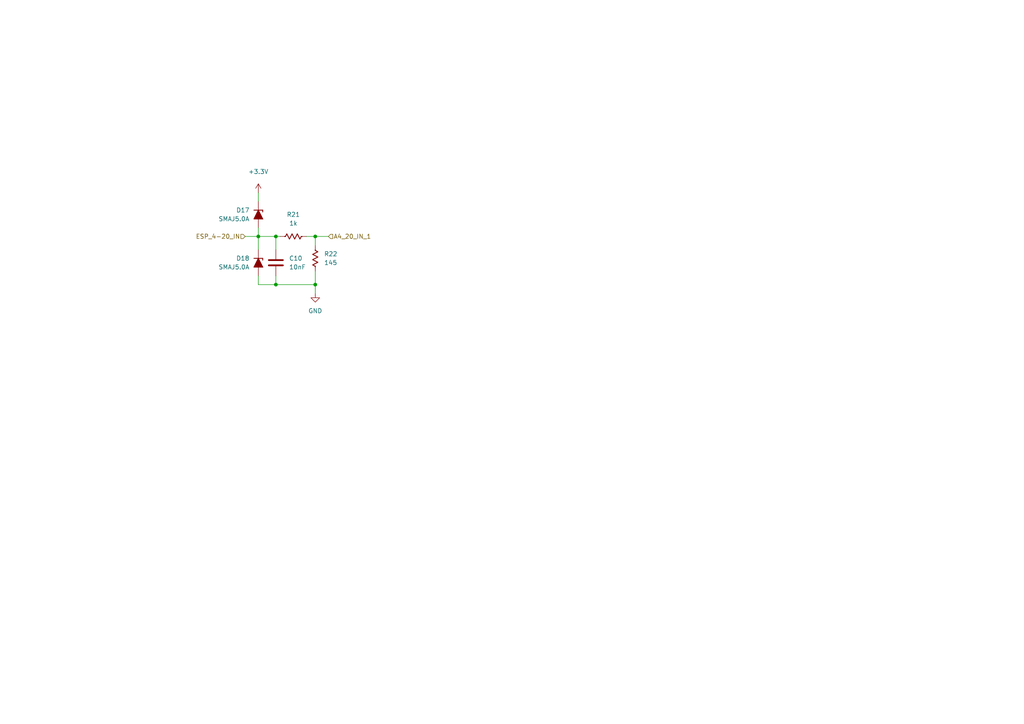
<source format=kicad_sch>
(kicad_sch (version 20250114) (generator "eeschema") (generator_version "9.0")
  (paper "A4")
  (lib_symbols
    (symbol "EasyEDA:+3.3V" (power) (pin_numbers (hide yes)) (pin_names (offset 0) (hide yes))
      (property "Value" "+3.3V" (at 0 3.556 0))
      (symbol "+3.3V_0_1"
        (polyline (pts (xy -0.762 1.27) (xy 0 2.54)))
        (polyline (pts (xy 0 2.54) (xy 0.762 1.27)))
        (polyline (pts (xy 0 0) (xy 0 2.54)))
      )
      (symbol "+3.3V_1_1"
        (pin power_in line (at 0 0 90) (length 0) (name "~") (number "1"))
      )
    )
    (symbol "EasyEDA:C_0603" (pin_numbers (hide yes)) (pin_names (offset 0.254))
      (property "Reference" "C" (at 0.635 2.54 0))
      (property "Value" "C_0603" (at 0.635 -2.54 0))
      (symbol "C_0603_0_1"
        (polyline (pts (xy -2.032 0.762) (xy 2.032 0.762)) (stroke (width 0.508)))
        (polyline (pts (xy -2.032 -0.762) (xy 2.032 -0.762)) (stroke (width 0.508)))
      )
      (symbol "C_0603_0_2"
        (polyline (pts (xy -2.54 -2.54) (xy -0.381 -0.381)))
        (polyline (pts (xy -0.508 -0.508) (xy -1.651 0.635)) (stroke (width 0.508)))
        (polyline (pts (xy -0.508 -0.508) (xy 0.635 -1.651)) (stroke (width 0.508)))
        (polyline (pts (xy 0.381 0.381) (xy 2.54 2.54)))
        (polyline (pts (xy 0.508 0.508) (xy -0.635 1.651)) (stroke (width 0.508)))
        (polyline (pts (xy 0.508 0.508) (xy 1.651 -0.635)) (stroke (width 0.508)))
      )
      (symbol "C_0603_1_1"
        (pin passive line (at 0 3.81 270) (length 2.794) (name "~") (number "1"))
        (pin passive line (at 0 -3.81 90) (length 2.794) (name "~") (number "2"))
      )
      (symbol "C_0603_1_2"
        (pin passive line (at -2.54 -2.54 90) (length 0) (name "~") (number "2"))
        (pin passive line (at 2.54 2.54 270) (length 0) (name "~") (number "1"))
      )
    )
    (symbol "EasyEDA:GND" (power) (pin_numbers (hide yes)) (pin_names (offset 0) (hide yes))
      (property "Value" "GND" (at 0 -3.81 0))
      (symbol "GND_0_1"
        (polyline (pts (xy 0 0) (xy 0 -1.27) (xy 1.27 -1.27) (xy 0 -2.54) (xy -1.27 -1.27) (xy 0 -1.27)))
      )
      (symbol "GND_1_1"
        (pin power_in line (at 0 0 270) (length 0) (name "~") (number "1"))
      )
    )
    (symbol "EasyEDA:R_0603" (pin_numbers (hide yes)) (pin_names (offset 0))
      (property "Reference" "R" (at 2.54 1.27 0))
      (property "Value" "R_0603" (at 2.54 -1.27 0))
      (symbol "R_0603_0_1"
        (polyline (pts (xy 0 2.286) (xy 0 2.54)) (stroke (width 0.254)))
        (polyline (pts (xy 0 2.286) (xy 0.762 1.905) (xy -0.762 1.143) (xy 0 0.762) (xy 0.762 0.381) (xy 0 0) (xy -0.762 -0.381) (xy 0 -0.762) (xy 0.762 -1.143) (xy 0 -1.524) (xy -0.762 -1.905) (xy 0 -2.286)) (stroke (width 0.254)))
        (polyline (pts (xy 0 -2.286) (xy 0 -2.54)) (stroke (width 0.254)))
      )
      (symbol "R_0603_0_2"
        (polyline (pts (xy -2.54 -2.54) (xy -1.778 -1.778)))
        (polyline (pts (xy -1.778 -1.778) (xy -1.524 -1.524)) (stroke (width 0.254)))
        (polyline (pts (xy -1.524 -1.524) (xy -1.778 -0.762) (xy -1.016 -1.016)) (stroke (width 0.254)))
        (polyline (pts (xy -0.508 -0.508) (xy -0.762 0.254) (xy 0 0)) (stroke (width 0.254)))
        (polyline (pts (xy -0.508 -0.508) (xy -0.254 -1.27) (xy -1.016 -1.016)) (stroke (width 0.254)))
        (polyline (pts (xy 0.508 0.508) (xy 0.254 1.27) (xy 1.016 1.016)) (stroke (width 0.254)))
        (polyline (pts (xy 0.508 0.508) (xy 0.762 -0.254) (xy 0 0)) (stroke (width 0.254)))
        (polyline (pts (xy 1.524 1.524) (xy 1.778 0.762) (xy 1.016 1.016)) (stroke (width 0.254)))
        (polyline (pts (xy 1.778 1.778) (xy 1.524 1.524)) (stroke (width 0.254)))
        (polyline (pts (xy 1.778 1.778) (xy 2.54 2.54)))
      )
      (symbol "R_0603_1_1"
        (pin passive line (at 0 3.81 270) (length 1.27) (name "~") (number "1"))
        (pin passive line (at 0 -3.81 90) (length 1.27) (name "~") (number "2"))
      )
      (symbol "R_0603_1_2"
        (pin passive line (at -2.54 -2.54 0) (length 0) (name "") (number "2"))
        (pin passive line (at 2.54 2.54 180) (length 0) (name "") (number "1"))
      )
    )
    (symbol "EasyEDA:R_0805" (pin_numbers (hide yes)) (pin_names (offset 0))
      (property "Reference" "R" (at 2.54 1.27 0))
      (property "Value" "R_0805" (at 2.54 -1.27 0))
      (symbol "R_0805_0_1"
        (polyline (pts (xy 0 2.286) (xy 0 2.54)) (stroke (width 0.254)))
        (polyline (pts (xy 0 2.286) (xy 0.762 1.905) (xy -0.762 1.143) (xy 0 0.762) (xy 0.762 0.381) (xy 0 0) (xy -0.762 -0.381) (xy 0 -0.762) (xy 0.762 -1.143) (xy 0 -1.524) (xy -0.762 -1.905) (xy 0 -2.286)) (stroke (width 0.254)))
        (polyline (pts (xy 0 -2.286) (xy 0 -2.54)) (stroke (width 0.254)))
      )
      (symbol "R_0805_0_2"
        (polyline (pts (xy -2.54 -2.54) (xy -1.778 -1.778)))
        (polyline (pts (xy -1.778 -1.778) (xy -1.524 -1.524)) (stroke (width 0.254)))
        (polyline (pts (xy -1.524 -1.524) (xy -1.778 -0.762) (xy -1.016 -1.016)) (stroke (width 0.254)))
        (polyline (pts (xy -0.508 -0.508) (xy -0.762 0.254) (xy 0 0)) (stroke (width 0.254)))
        (polyline (pts (xy -0.508 -0.508) (xy -0.254 -1.27) (xy -1.016 -1.016)) (stroke (width 0.254)))
        (polyline (pts (xy 0.508 0.508) (xy 0.254 1.27) (xy 1.016 1.016)) (stroke (width 0.254)))
        (polyline (pts (xy 0.508 0.508) (xy 0.762 -0.254) (xy 0 0)) (stroke (width 0.254)))
        (polyline (pts (xy 1.524 1.524) (xy 1.778 0.762) (xy 1.016 1.016)) (stroke (width 0.254)))
        (polyline (pts (xy 1.778 1.778) (xy 1.524 1.524)) (stroke (width 0.254)))
        (polyline (pts (xy 1.778 1.778) (xy 2.54 2.54)))
      )
      (symbol "R_0805_1_1"
        (pin passive line (at 0 3.81 270) (length 1.27) (name "~") (number "1"))
        (pin passive line (at 0 -3.81 90) (length 1.27) (name "~") (number "2"))
      )
      (symbol "R_0805_1_2"
        (pin passive line (at -2.54 -2.54 0) (length 0) (name "") (number "2"))
        (pin passive line (at 2.54 2.54 180) (length 0) (name "") (number "1"))
      )
    )
    (symbol "EasyEDA:SMAJ5.0A" (pin_numbers (hide yes)) (pin_names (offset 1.016) (hide yes))
      (property "Reference" "D" (at 0 5.08 0))
      (property "Value" "SMAJ5.0A" (at 0 2.54 0))
      (symbol "SMAJ5.0A_0_1"
        (polyline (pts (xy -1.27 1.27) (xy -1.27 -1.27) (xy 1.27 0) (xy -1.27 1.27)) (stroke (width 0.254)) (fill (type outline)))
        (polyline (pts (xy -1.27 0) (xy 1.27 0)))
        (polyline (pts (xy 1.27 1.27) (xy 0.762 1.27)) (stroke (width 0.254)))
        (polyline (pts (xy 1.27 -1.27) (xy 1.27 1.27)) (stroke (width 0.254)))
      )
      (symbol "SMAJ5.0A_0_2"
        (polyline (pts (xy -2.54 -2.54) (xy 2.54 2.54)))
        (polyline (pts (xy -0.889 -0.889) (xy -1.778 0) (xy 0.889 0.889) (xy 0 -1.778) (xy -0.889 -0.889)) (stroke (width 0.254)) (fill (type outline)))
        (polyline (pts (xy 0 1.778) (xy -0.381 1.397)) (stroke (width 0.254)))
        (polyline (pts (xy 0 1.778) (xy 1.778 0)) (stroke (width 0.254)))
      )
      (symbol "SMAJ5.0A_1_1"
        (pin passive line (at -3.81 0 0) (length 2.54) (name "A") (number "2"))
        (pin passive line (at 3.81 0 180) (length 2.54) (name "K") (number "1"))
      )
      (symbol "SMAJ5.0A_1_2"
        (pin passive line (at -2.54 -2.54 0) (length 0) (name "A") (number "2"))
        (pin passive line (at 2.54 2.54 180) (length 0) (name "K") (number "1"))
      )
    )
  )
  (junction (at 80.01 68.58))
  (junction (at 91.44 68.58))
  (junction (at 91.44 82.55))
  (junction (at 74.93 68.58))
  (junction (at 80.01 82.55))
  (wire (pts (xy 71.12 68.58) (xy 74.93 68.58)))
  (wire (pts (xy 74.93 68.58) (xy 74.93 72.39)))
  (wire (pts (xy 74.93 66.04) (xy 74.93 68.58)))
  (wire (pts (xy 74.93 68.58) (xy 80.01 68.58)))
  (wire (pts (xy 74.93 80.01) (xy 74.93 82.55)))
  (wire (pts (xy 80.01 68.58) (xy 80.01 72.39)))
  (wire (pts (xy 91.44 78.74) (xy 91.44 82.55)))
  (wire (pts (xy 74.93 55.88) (xy 74.93 58.42)))
  (wire (pts (xy 91.44 71.12) (xy 91.44 68.58)))
  (wire (pts (xy 80.01 68.58) (xy 81.28 68.58)))
  (wire (pts (xy 80.01 82.55) (xy 91.44 82.55)))
  (wire (pts (xy 80.01 80.01) (xy 80.01 82.55)))
  (wire (pts (xy 88.9 68.58) (xy 91.44 68.58)))
  (wire (pts (xy 91.44 82.55) (xy 91.44 85.09)))
  (wire (pts (xy 74.93 82.55) (xy 80.01 82.55)))
  (wire (pts (xy 91.44 68.58) (xy 95.25 68.58)))
  (hierarchical_label "A4_20_IN_1" (shape input) (at 95.25 68.58 0))
  (hierarchical_label "ESP_4-20_IN" (shape input) (at 71.12 68.58 180))
  (symbol (lib_id "EasyEDA:C_0603") (at 80.01 76.2 0) (unit 1)
    (property "Reference" "C10" (at 83.82 74.9299 0) (effects (justify left)))
    (property "Value" "10nF" (at 83.82 77.4699 0) (effects (justify left)))
    (property "Footprint" "PCM_Capacitor_SMD_AKL:C_0603_1608Metric" (effects (hide yes)))
    (property "Description" "SMD 0603 MLCC capacitor, Alternate KiCad Library" (effects (hide yes)))
    (property "Voltage" "10V" (effects (hide yes)))
  )
  (symbol (lib_id "EasyEDA:R_0805") (at 91.44 74.93 0) (unit 1)
    (property "Reference" "R22" (at 93.98 73.6599 0) (effects (justify left)))
    (property "Value" "145" (at 93.98 76.1999 0) (effects (justify left)))
    (property "Footprint" "PCM_Resistor_SMD_AKL:R_0805_2012Metric" (effects (hide yes)))
    (property "Description" "SMD 0805 Chip Resistor, US Symbol, Alternate KiCad Library" (effects (hide yes)))
  )
  (symbol (lib_id "EasyEDA:SMAJ5.0A") (at 74.93 76.2 270) (mirror x) (unit 1)
    (property "Reference" "D18" (at 72.39 74.9299 90) (effects (justify right)))
    (property "Value" "SMAJ5.0A" (at 72.39 77.4699 90) (effects (justify right)))
    (property "Footprint" "PCM_Diode_SMD_AKL:D_SMA" (effects (hide yes)))
    (property "Datasheet" "https://www.tme.eu/Document/dbc72d81c249fe51b6ab42300e8e06d0/SMAJ_ser.pdf" (effects (hide yes)))
    (property "Description" "SMA Unidirectional TVS diode, 5V, 400W, Alternate KiCAD Library" (effects (hide yes)))
  )
  (symbol (lib_id "EasyEDA:SMAJ5.0A") (at 74.93 62.23 270) (mirror x) (unit 1)
    (property "Reference" "D17" (at 72.39 60.9599 90) (effects (justify right)))
    (property "Value" "SMAJ5.0A" (at 72.39 63.4999 90) (effects (justify right)))
    (property "Footprint" "PCM_Diode_SMD_AKL:D_SMA" (effects (hide yes)))
    (property "Datasheet" "https://www.tme.eu/Document/dbc72d81c249fe51b6ab42300e8e06d0/SMAJ_ser.pdf" (effects (hide yes)))
    (property "Description" "SMA Unidirectional TVS diode, 5V, 400W, Alternate KiCAD Library" (effects (hide yes)))
  )
  (symbol (lib_id "EasyEDA:R_0603") (at 85.09 68.58 90) (unit 1)
    (property "Reference" "R21" (at 85.09 62.23 90))
    (property "Value" "1k" (at 85.09 64.77 90))
    (property "Footprint" "PCM_Resistor_SMD_AKL:R_0603_1608Metric" (effects (hide yes)))
    (property "Description" "SMD 0603 Chip Resistor, US Symbol, Alternate KiCad Library" (effects (hide yes)))
  )
  (symbol (lib_id "EasyEDA:+3.3V") (at 74.93 55.88 0) (unit 1)
    (property "Reference" "#PWR039" (effects (hide yes)))
    (property "Value" "+3.3V" (at 74.93 49.784 0))
    (property "Description" "Power symbol creates a global label with name \"+3.3V\"" (effects (hide yes)))
  )
  (symbol (lib_id "EasyEDA:GND") (at 91.44 85.09 0) (unit 1)
    (property "Reference" "#PWR040" (effects (hide yes)))
    (property "Value" "GND" (at 91.44 90.17 0))
    (property "Description" "Power symbol creates a global label with name \"GND\" , ground" (effects (hide yes)))
  )
)
</source>
